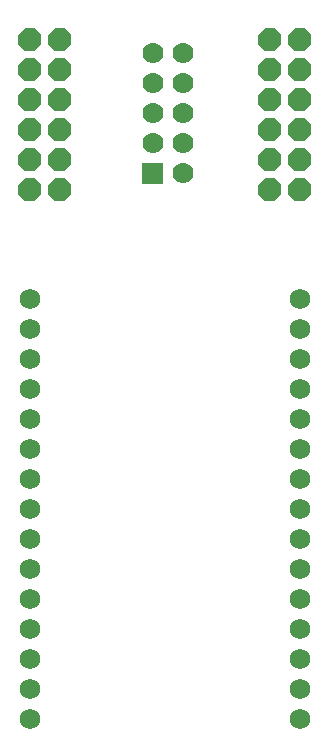
<source format=gbs>
G04 Layer: BottomSolderMaskLayer*
G04 EasyEDA v6.3.22, 2020-02-26T16:32:33+01:00*
G04 ac0fba72113b465c8b3373fc4e38c277,2f1dc3ff27c442d188d0821d71f234e9,10*
G04 Gerber Generator version 0.2*
G04 Scale: 100 percent, Rotated: No, Reflected: No *
G04 Dimensions in millimeters *
G04 leading zeros omitted , absolute positions ,3 integer and 3 decimal *
%FSLAX33Y33*%
%MOMM*%
G90*
G71D02*

%ADD18C,1.727200*%
%ADD20C,1.778000*%

%LPD*%
G54D18*
G01X24638Y41783D03*
G01X24638Y39243D03*
G01X24638Y36703D03*
G01X24638Y34163D03*
G01X24638Y31623D03*
G01X24638Y29083D03*
G01X24638Y26543D03*
G01X24638Y24003D03*
G01X24638Y21463D03*
G01X24638Y18923D03*
G01X24638Y16383D03*
G01X24638Y13843D03*
G01X24638Y11303D03*
G01X24638Y8763D03*
G01X24638Y6223D03*
G01X1778Y6223D03*
G01X1778Y8763D03*
G01X1778Y11303D03*
G01X1778Y13843D03*
G01X1778Y16383D03*
G01X1778Y18923D03*
G01X1778Y21463D03*
G01X1778Y24003D03*
G01X1778Y26543D03*
G01X1778Y29083D03*
G01X1778Y31623D03*
G01X1778Y34163D03*
G01X1778Y36703D03*
G01X1778Y39243D03*
G01X1778Y41783D03*
G36*
G01X11303Y51562D02*
G01X11303Y53340D01*
G01X13081Y53340D01*
G01X13081Y51562D01*
G01X11303Y51562D01*
G37*
G54D20*
G01X14732Y52451D03*
G01X12192Y54991D03*
G01X14732Y54991D03*
G01X12192Y57531D03*
G01X14732Y57531D03*
G01X12192Y60071D03*
G01X14732Y60071D03*
G01X12192Y62611D03*
G01X14732Y62611D03*
G36*
G01X3916Y50083D02*
G01X3347Y50652D01*
G01X3347Y51455D01*
G01X3916Y52024D01*
G01X4719Y52024D01*
G01X5288Y51455D01*
G01X5288Y50652D01*
G01X4719Y50083D01*
G01X3916Y50083D01*
G37*
G36*
G01X1376Y50083D02*
G01X807Y50652D01*
G01X807Y51455D01*
G01X1376Y52024D01*
G01X2179Y52024D01*
G01X2748Y51455D01*
G01X2748Y50652D01*
G01X2179Y50083D01*
G01X1376Y50083D01*
G37*
G36*
G01X3916Y52623D02*
G01X3347Y53192D01*
G01X3347Y53995D01*
G01X3916Y54564D01*
G01X4719Y54564D01*
G01X5288Y53995D01*
G01X5288Y53192D01*
G01X4719Y52623D01*
G01X3916Y52623D01*
G37*
G36*
G01X1376Y52623D02*
G01X807Y53192D01*
G01X807Y53995D01*
G01X1376Y54564D01*
G01X2179Y54564D01*
G01X2748Y53995D01*
G01X2748Y53192D01*
G01X2179Y52623D01*
G01X1376Y52623D01*
G37*
G36*
G01X3916Y55163D02*
G01X3347Y55732D01*
G01X3347Y56535D01*
G01X3916Y57104D01*
G01X4719Y57104D01*
G01X5288Y56535D01*
G01X5288Y55732D01*
G01X4719Y55163D01*
G01X3916Y55163D01*
G37*
G36*
G01X1376Y55163D02*
G01X807Y55732D01*
G01X807Y56535D01*
G01X1376Y57104D01*
G01X2179Y57104D01*
G01X2748Y56535D01*
G01X2748Y55732D01*
G01X2179Y55163D01*
G01X1376Y55163D01*
G37*
G36*
G01X3916Y57703D02*
G01X3347Y58272D01*
G01X3347Y59075D01*
G01X3916Y59644D01*
G01X4719Y59644D01*
G01X5288Y59075D01*
G01X5288Y58272D01*
G01X4719Y57703D01*
G01X3916Y57703D01*
G37*
G36*
G01X1376Y57703D02*
G01X807Y58272D01*
G01X807Y59075D01*
G01X1376Y59644D01*
G01X2179Y59644D01*
G01X2748Y59075D01*
G01X2748Y58272D01*
G01X2179Y57703D01*
G01X1376Y57703D01*
G37*
G36*
G01X3916Y60243D02*
G01X3347Y60812D01*
G01X3347Y61615D01*
G01X3916Y62184D01*
G01X4719Y62184D01*
G01X5288Y61615D01*
G01X5288Y60812D01*
G01X4719Y60243D01*
G01X3916Y60243D01*
G37*
G36*
G01X1376Y60243D02*
G01X807Y60812D01*
G01X807Y61615D01*
G01X1376Y62184D01*
G01X2179Y62184D01*
G01X2748Y61615D01*
G01X2748Y60812D01*
G01X2179Y60243D01*
G01X1376Y60243D01*
G37*
G36*
G01X3916Y62783D02*
G01X3347Y63352D01*
G01X3347Y64155D01*
G01X3916Y64724D01*
G01X4719Y64724D01*
G01X5288Y64155D01*
G01X5288Y63352D01*
G01X4719Y62783D01*
G01X3916Y62783D01*
G37*
G36*
G01X1376Y62783D02*
G01X807Y63352D01*
G01X807Y64155D01*
G01X1376Y64724D01*
G01X2179Y64724D01*
G01X2748Y64155D01*
G01X2748Y63352D01*
G01X2179Y62783D01*
G01X1376Y62783D01*
G37*
G36*
G01X24236Y50083D02*
G01X23667Y50652D01*
G01X23667Y51455D01*
G01X24236Y52024D01*
G01X25039Y52024D01*
G01X25608Y51455D01*
G01X25608Y50652D01*
G01X25039Y50083D01*
G01X24236Y50083D01*
G37*
G36*
G01X21696Y50083D02*
G01X21127Y50652D01*
G01X21127Y51455D01*
G01X21696Y52024D01*
G01X22499Y52024D01*
G01X23068Y51455D01*
G01X23068Y50652D01*
G01X22499Y50083D01*
G01X21696Y50083D01*
G37*
G36*
G01X24236Y52623D02*
G01X23667Y53192D01*
G01X23667Y53995D01*
G01X24236Y54564D01*
G01X25039Y54564D01*
G01X25608Y53995D01*
G01X25608Y53192D01*
G01X25039Y52623D01*
G01X24236Y52623D01*
G37*
G36*
G01X21696Y52623D02*
G01X21127Y53192D01*
G01X21127Y53995D01*
G01X21696Y54564D01*
G01X22499Y54564D01*
G01X23068Y53995D01*
G01X23068Y53192D01*
G01X22499Y52623D01*
G01X21696Y52623D01*
G37*
G36*
G01X24236Y55163D02*
G01X23667Y55732D01*
G01X23667Y56535D01*
G01X24236Y57104D01*
G01X25039Y57104D01*
G01X25608Y56535D01*
G01X25608Y55732D01*
G01X25039Y55163D01*
G01X24236Y55163D01*
G37*
G36*
G01X21696Y55163D02*
G01X21127Y55732D01*
G01X21127Y56535D01*
G01X21696Y57104D01*
G01X22499Y57104D01*
G01X23068Y56535D01*
G01X23068Y55732D01*
G01X22499Y55163D01*
G01X21696Y55163D01*
G37*
G36*
G01X24236Y57703D02*
G01X23667Y58272D01*
G01X23667Y59075D01*
G01X24236Y59644D01*
G01X25039Y59644D01*
G01X25608Y59075D01*
G01X25608Y58272D01*
G01X25039Y57703D01*
G01X24236Y57703D01*
G37*
G36*
G01X21696Y57703D02*
G01X21127Y58272D01*
G01X21127Y59075D01*
G01X21696Y59644D01*
G01X22499Y59644D01*
G01X23068Y59075D01*
G01X23068Y58272D01*
G01X22499Y57703D01*
G01X21696Y57703D01*
G37*
G36*
G01X24236Y60243D02*
G01X23667Y60812D01*
G01X23667Y61615D01*
G01X24236Y62184D01*
G01X25039Y62184D01*
G01X25608Y61615D01*
G01X25608Y60812D01*
G01X25039Y60243D01*
G01X24236Y60243D01*
G37*
G36*
G01X21696Y60243D02*
G01X21127Y60812D01*
G01X21127Y61615D01*
G01X21696Y62184D01*
G01X22499Y62184D01*
G01X23068Y61615D01*
G01X23068Y60812D01*
G01X22499Y60243D01*
G01X21696Y60243D01*
G37*
G36*
G01X24236Y62783D02*
G01X23667Y63352D01*
G01X23667Y64155D01*
G01X24236Y64724D01*
G01X25039Y64724D01*
G01X25608Y64155D01*
G01X25608Y63352D01*
G01X25039Y62783D01*
G01X24236Y62783D01*
G37*
G36*
G01X21696Y62783D02*
G01X21127Y63352D01*
G01X21127Y64155D01*
G01X21696Y64724D01*
G01X22499Y64724D01*
G01X23068Y64155D01*
G01X23068Y63352D01*
G01X22499Y62783D01*
G01X21696Y62783D01*
G37*
M00*
M02*

</source>
